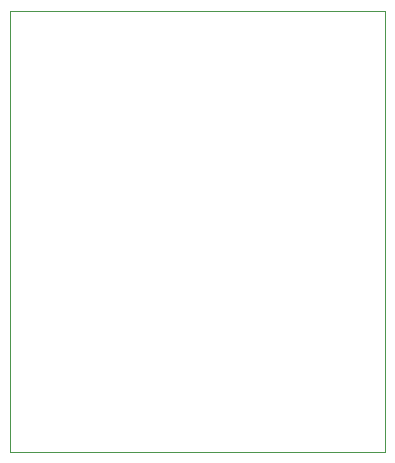
<source format=gm1>
G04 #@! TF.GenerationSoftware,KiCad,Pcbnew,8.0.2*
G04 #@! TF.CreationDate,2025-05-08T21:28:10-06:00*
G04 #@! TF.ProjectId,kicad,6b696361-642e-46b6-9963-61645f706362,4*
G04 #@! TF.SameCoordinates,Original*
G04 #@! TF.FileFunction,Profile,NP*
%FSLAX46Y46*%
G04 Gerber Fmt 4.6, Leading zero omitted, Abs format (unit mm)*
G04 Created by KiCad (PCBNEW 8.0.2) date 2025-05-08 21:28:10*
%MOMM*%
%LPD*%
G01*
G04 APERTURE LIST*
G04 #@! TA.AperFunction,Profile*
%ADD10C,0.050000*%
G04 #@! TD*
G04 APERTURE END LIST*
D10*
X126570000Y-93750000D02*
X158370000Y-93750000D01*
X158370000Y-131070000D01*
X126570000Y-131070000D01*
X126570000Y-93750000D01*
M02*

</source>
